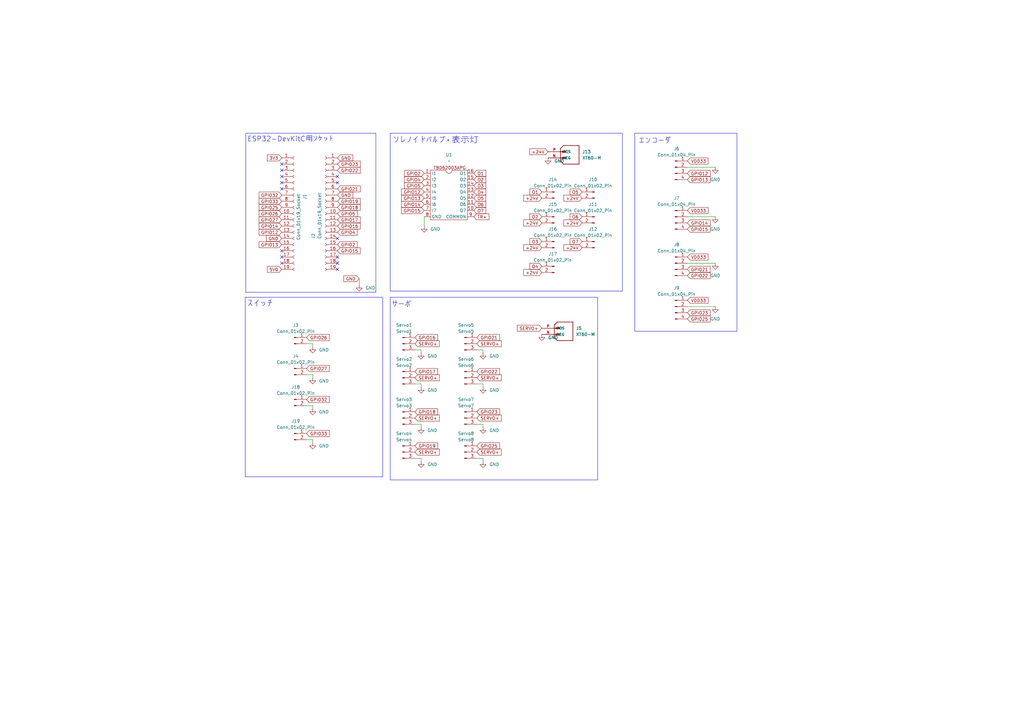
<source format=kicad_sch>
(kicad_sch (version 20250114) (generator "eeschema") (generator_version "9.0")
  (paper "A3")
  (lib_symbols
    (symbol "Connector:Conn_01x02_Pin" (pin_names (offset 1.016) (hide yes))
      (property "Reference" "J" (at 0 2.54 0))
      (property "Value" "Conn_01x02_Pin" (at 0 -5.08 0))
      (symbol "Conn_01x02_Pin_1_1"
        (rectangle (start 0.8636 0.127) (end 0 -0.127) (stroke (width 0.1524)) (fill (type outline)))
        (rectangle (start 0.8636 -2.413) (end 0 -2.667) (stroke (width 0.1524)) (fill (type outline)))
        (polyline (pts (xy 1.27 0) (xy 0.8636 0)) (stroke (width 0.1524)))
        (polyline (pts (xy 1.27 -2.54) (xy 0.8636 -2.54)) (stroke (width 0.1524)))
        (pin passive line (at 5.08 0 180) (length 3.81) (name "Pin_1") (number "1"))
        (pin passive line (at 5.08 -2.54 180) (length 3.81) (name "Pin_2") (number "2"))
      )
    )
    (symbol "Connector:Conn_01x03_Pin" (pin_names (offset 1.016) (hide yes))
      (property "Reference" "J" (at 0 5.08 0))
      (property "Value" "Conn_01x03_Pin" (at 0 -5.08 0))
      (symbol "Conn_01x03_Pin_1_1"
        (rectangle (start 0.8636 2.667) (end 0 2.413) (stroke (width 0.1524)) (fill (type outline)))
        (rectangle (start 0.8636 0.127) (end 0 -0.127) (stroke (width 0.1524)) (fill (type outline)))
        (rectangle (start 0.8636 -2.413) (end 0 -2.667) (stroke (width 0.1524)) (fill (type outline)))
        (polyline (pts (xy 1.27 2.54) (xy 0.8636 2.54)) (stroke (width 0.1524)))
        (polyline (pts (xy 1.27 0) (xy 0.8636 0)) (stroke (width 0.1524)))
        (polyline (pts (xy 1.27 -2.54) (xy 0.8636 -2.54)) (stroke (width 0.1524)))
        (pin passive line (at 5.08 2.54 180) (length 3.81) (name "Pin_1") (number "1"))
        (pin passive line (at 5.08 0 180) (length 3.81) (name "Pin_2") (number "2"))
        (pin passive line (at 5.08 -2.54 180) (length 3.81) (name "Pin_3") (number "3"))
      )
    )
    (symbol "Connector:Conn_01x04_Pin" (pin_names (offset 1.016) (hide yes))
      (property "Reference" "J" (at 0 5.08 0))
      (property "Value" "Conn_01x04_Pin" (at 0 -7.62 0))
      (symbol "Conn_01x04_Pin_1_1"
        (rectangle (start 0.8636 2.667) (end 0 2.413) (stroke (width 0.1524)) (fill (type outline)))
        (rectangle (start 0.8636 0.127) (end 0 -0.127) (stroke (width 0.1524)) (fill (type outline)))
        (rectangle (start 0.8636 -2.413) (end 0 -2.667) (stroke (width 0.1524)) (fill (type outline)))
        (rectangle (start 0.8636 -4.953) (end 0 -5.207) (stroke (width 0.1524)) (fill (type outline)))
        (polyline (pts (xy 1.27 2.54) (xy 0.8636 2.54)) (stroke (width 0.1524)))
        (polyline (pts (xy 1.27 0) (xy 0.8636 0)) (stroke (width 0.1524)))
        (polyline (pts (xy 1.27 -2.54) (xy 0.8636 -2.54)) (stroke (width 0.1524)))
        (polyline (pts (xy 1.27 -5.08) (xy 0.8636 -5.08)) (stroke (width 0.1524)))
        (pin passive line (at 5.08 2.54 180) (length 3.81) (name "Pin_1") (number "1"))
        (pin passive line (at 5.08 0 180) (length 3.81) (name "Pin_2") (number "2"))
        (pin passive line (at 5.08 -2.54 180) (length 3.81) (name "Pin_3") (number "3"))
        (pin passive line (at 5.08 -5.08 180) (length 3.81) (name "Pin_4") (number "4"))
      )
    )
    (symbol "Connector:Conn_01x19_Socket" (pin_names (offset 1.016) (hide yes))
      (property "Reference" "J" (at 0 25.4 0))
      (property "Value" "Conn_01x19_Socket" (at 0 -25.4 0))
      (symbol "Conn_01x19_Socket_1_1"
        (polyline (pts (xy -1.27 22.86) (xy -0.508 22.86)) (stroke (width 0.1524)))
        (polyline (pts (xy -1.27 20.32) (xy -0.508 20.32)) (stroke (width 0.1524)))
        (polyline (pts (xy -1.27 17.78) (xy -0.508 17.78)) (stroke (width 0.1524)))
        (polyline (pts (xy -1.27 15.24) (xy -0.508 15.24)) (stroke (width 0.1524)))
        (polyline (pts (xy -1.27 12.7) (xy -0.508 12.7)) (stroke (width 0.1524)))
        (polyline (pts (xy -1.27 10.16) (xy -0.508 10.16)) (stroke (width 0.1524)))
        (polyline (pts (xy -1.27 7.62) (xy -0.508 7.62)) (stroke (width 0.1524)))
        (polyline (pts (xy -1.27 5.08) (xy -0.508 5.08)) (stroke (width 0.1524)))
        (polyline (pts (xy -1.27 2.54) (xy -0.508 2.54)) (stroke (width 0.1524)))
        (polyline (pts (xy -1.27 0) (xy -0.508 0)) (stroke (width 0.1524)))
        (polyline (pts (xy -1.27 -2.54) (xy -0.508 -2.54)) (stroke (width 0.1524)))
        (polyline (pts (xy -1.27 -5.08) (xy -0.508 -5.08)) (stroke (width 0.1524)))
        (polyline (pts (xy -1.27 -7.62) (xy -0.508 -7.62)) (stroke (width 0.1524)))
        (polyline (pts (xy -1.27 -10.16) (xy -0.508 -10.16)) (stroke (width 0.1524)))
        (polyline (pts (xy -1.27 -12.7) (xy -0.508 -12.7)) (stroke (width 0.1524)))
        (polyline (pts (xy -1.27 -15.24) (xy -0.508 -15.24)) (stroke (width 0.1524)))
        (polyline (pts (xy -1.27 -17.78) (xy -0.508 -17.78)) (stroke (width 0.1524)))
        (polyline (pts (xy -1.27 -20.32) (xy -0.508 -20.32)) (stroke (width 0.1524)))
        (polyline (pts (xy -1.27 -22.86) (xy -0.508 -22.86)) (stroke (width 0.1524)))
        (arc (start 0 22.352) (mid -0.5058 22.86) (end 0 23.368) (stroke (width 0.1524)))
        (arc (start 0 19.812) (mid -0.5058 20.32) (end 0 20.828) (stroke (width 0.1524)))
        (arc (start 0 17.272) (mid -0.5058 17.78) (end 0 18.288) (stroke (width 0.1524)))
        (arc (start 0 14.732) (mid -0.5058 15.24) (end 0 15.748) (stroke (width 0.1524)))
        (arc (start 0 12.192) (mid -0.5058 12.7) (end 0 13.208) (stroke (width 0.1524)))
        (arc (start 0 9.652) (mid -0.5058 10.16) (end 0 10.668) (stroke (width 0.1524)))
        (arc (start 0 7.112) (mid -0.5058 7.62) (end 0 8.128) (stroke (width 0.1524)))
        (arc (start 0 4.572) (mid -0.5058 5.08) (end 0 5.588) (stroke (width 0.1524)))
        (arc (start 0 2.032) (mid -0.5058 2.54) (end 0 3.048) (stroke (width 0.1524)))
        (arc (start 0 -0.508) (mid -0.5058 0) (end 0 0.508) (stroke (width 0.1524)))
        (arc (start 0 -3.048) (mid -0.5058 -2.54) (end 0 -2.032) (stroke (width 0.1524)))
        (arc (start 0 -5.588) (mid -0.5058 -5.08) (end 0 -4.572) (stroke (width 0.1524)))
        (arc (start 0 -8.128) (mid -0.5058 -7.62) (end 0 -7.112) (stroke (width 0.1524)))
        (arc (start 0 -10.668) (mid -0.5058 -10.16) (end 0 -9.652) (stroke (width 0.1524)))
        (arc (start 0 -13.208) (mid -0.5058 -12.7) (end 0 -12.192) (stroke (width 0.1524)))
        (arc (start 0 -15.748) (mid -0.5058 -15.24) (end 0 -14.732) (stroke (width 0.1524)))
        (arc (start 0 -18.288) (mid -0.5058 -17.78) (end 0 -17.272) (stroke (width 0.1524)))
        (arc (start 0 -20.828) (mid -0.5058 -20.32) (end 0 -19.812) (stroke (width 0.1524)))
        (arc (start 0 -23.368) (mid -0.5058 -22.86) (end 0 -22.352) (stroke (width 0.1524)))
        (pin passive line (at -5.08 22.86 0) (length 3.81) (name "Pin_1") (number "1"))
        (pin passive line (at -5.08 20.32 0) (length 3.81) (name "Pin_2") (number "2"))
        (pin passive line (at -5.08 17.78 0) (length 3.81) (name "Pin_3") (number "3"))
        (pin passive line (at -5.08 15.24 0) (length 3.81) (name "Pin_4") (number "4"))
        (pin passive line (at -5.08 12.7 0) (length 3.81) (name "Pin_5") (number "5"))
        (pin passive line (at -5.08 10.16 0) (length 3.81) (name "Pin_6") (number "6"))
        (pin passive line (at -5.08 7.62 0) (length 3.81) (name "Pin_7") (number "7"))
        (pin passive line (at -5.08 5.08 0) (length 3.81) (name "Pin_8") (number "8"))
        (pin passive line (at -5.08 2.54 0) (length 3.81) (name "Pin_9") (number "9"))
        (pin passive line (at -5.08 0 0) (length 3.81) (name "Pin_10") (number "10"))
        (pin passive line (at -5.08 -2.54 0) (length 3.81) (name "Pin_11") (number "11"))
        (pin passive line (at -5.08 -5.08 0) (length 3.81) (name "Pin_12") (number "12"))
        (pin passive line (at -5.08 -7.62 0) (length 3.81) (name "Pin_13") (number "13"))
        (pin passive line (at -5.08 -10.16 0) (length 3.81) (name "Pin_14") (number "14"))
        (pin passive line (at -5.08 -12.7 0) (length 3.81) (name "Pin_15") (number "15"))
        (pin passive line (at -5.08 -15.24 0) (length 3.81) (name "Pin_16") (number "16"))
        (pin passive line (at -5.08 -17.78 0) (length 3.81) (name "Pin_17") (number "17"))
        (pin passive line (at -5.08 -20.32 0) (length 3.81) (name "Pin_18") (number "18"))
        (pin passive line (at -5.08 -22.86 0) (length 3.81) (name "Pin_19") (number "19"))
      )
    )
    (symbol "New_Library:TBD62003APG"
      (property "Reference" "U" (at -3.81 1.27 0))
      (symbol "TBD62003APG_0_1"
        (polyline (pts (xy -1.27 8.89) (xy -7.62 8.89) (xy -7.62 -11.43) (xy 7.62 -11.43) (xy 7.62 8.89) (xy 1.27 8.89)))
        (arc (start 1.27 8.89) (mid 0.898 7.992) (end 0 7.62))
        (arc (start 0 7.62) (mid -0.898 7.992) (end -1.27 8.89))
      )
      (symbol "TBD62003APG_1_1"
        (text "TBD62003APG" (at 0.254 9.906 0) (effects (font (size 1.27 1.27))))
        (pin input line (at -10.16 7.62 0) (length 2.54) (name "I1") (number "1"))
        (pin input line (at -10.16 5.08 0) (length 2.54) (name "I2") (number "2"))
        (pin input line (at -10.16 2.54 0) (length 2.54) (name "I3") (number "3"))
        (pin input line (at -10.16 0 0) (length 2.54) (name "I4") (number "4"))
        (pin input line (at -10.16 -2.54 0) (length 2.54) (name "I5") (number "5"))
        (pin input line (at -10.16 -5.08 0) (length 2.54) (name "I6") (number "6"))
        (pin input line (at -10.16 -7.62 0) (length 2.54) (name "I7") (number "7"))
        (pin power_in line (at -10.16 -10.16 0) (length 2.54) (name "GND") (number "8"))
        (pin output line (at 10.16 7.62 180) (length 2.54) (name "O1") (number "16"))
        (pin output line (at 10.16 5.08 180) (length 2.54) (name "O2") (number "15"))
        (pin output line (at 10.16 2.54 180) (length 2.54) (name "O3") (number "14"))
        (pin output line (at 10.16 0 180) (length 2.54) (name "O4") (number "13"))
        (pin output line (at 10.16 -2.54 180) (length 2.54) (name "O5") (number "12"))
        (pin output line (at 10.16 -5.08 180) (length 2.54) (name "O6") (number "11"))
        (pin output line (at 10.16 -7.62 180) (length 2.54) (name "O7") (number "10"))
        (pin power_in line (at 10.16 -10.16 180) (length 2.54) (name "COMMON") (number "9"))
      )
    )
    (symbol "XT60-M:XT60-M" (pin_names (offset 1.016))
      (property "Reference" "J" (at 0 6.35 0))
      (property "Value" "XT60-M" (at 0 -5.08 0))
      (symbol "XT60-M_0_0"
        (polyline (pts (xy 0 3.81) (xy 0 2.54)) (stroke (width 0.254)))
        (polyline (pts (xy 0 3.81) (xy 1.27 5.08)) (stroke (width 0.254)))
        (polyline (pts (xy 0 2.54) (xy 0 -1.27)) (stroke (width 0.254)))
        (polyline (pts (xy 0 2.54) (xy 1.905 2.54)) (stroke (width 0.254)))
        (polyline (pts (xy 0 0) (xy 1.905 0)) (stroke (width 0.254)))
        (polyline (pts (xy 0 -1.27) (xy 1.27 -2.54)) (stroke (width 0.254)))
        (rectangle (start 0.635 2.2225) (end 2.2225 2.8575) (stroke (width 0.1)) (fill (type outline)))
        (rectangle (start 0.635 -0.3175) (end 2.2225 0.3175) (stroke (width 0.1)) (fill (type outline)))
        (polyline (pts (xy 1.27 -2.54) (xy 7.62 -2.54)) (stroke (width 0.254)))
        (polyline (pts (xy 7.62 5.08) (xy 1.27 5.08)) (stroke (width 0.254)))
        (polyline (pts (xy 7.62 -2.54) (xy 7.62 5.08)) (stroke (width 0.254)))
        (pin passive line (at -5.08 2.54 0) (length 5.08) (name "POS") (number "P"))
        (pin passive line (at -5.08 0 0) (length 5.08) (name "NEG") (number "N"))
      )
    )
    (symbol "power:GND" (power) (pin_numbers (hide yes)) (pin_names (offset 0) (hide yes))
      (property "Value" "GND" (at 0 -3.81 0))
      (symbol "GND_0_1"
        (polyline (pts (xy 0 0) (xy 0 -1.27) (xy 1.27 -1.27) (xy 0 -2.54) (xy -1.27 -1.27) (xy 0 -1.27)))
      )
      (symbol "GND_1_1"
        (pin power_in line (at 0 0 270) (length 0) (name "~") (number "1"))
      )
    )
  )
  (rectangle (start 100.838 54.61) (end 154.178 119.888))
  (rectangle (start 160.02 54.61) (end 255.27 119.38))
  (rectangle (start 100.584 121.92) (end 156.972 195.58))
  (rectangle (start 260.35 54.61) (end 302.26 135.89))
  (rectangle (start 160.02 121.92) (end 245.11 196.85))
  (text "サーボ\n" (at 164.592 124.968 0) (effects (font (size 2.54 2.54))))
  (text "ESP32-DevKitC用ソケット" (at 119.126 57.15 0) (effects (font (size 2.032 2.032))))
  (text "スイッチ" (at 106.68 124.714 0) (effects (font (size 2.54 2.54))))
  (text "ソレノイドバルブ・表示灯" (at 178.816 57.658 0) (effects (font (size 2.54 2.54))))
  (text "エンコーダ" (at 268.478 57.912 0) (effects (font (size 2.54 2.54))))
  (no_connect (at 138.43 110.49))
  (no_connect (at 115.57 107.95))
  (no_connect (at 138.43 105.41))
  (no_connect (at 138.43 74.93))
  (no_connect (at 115.57 102.87))
  (no_connect (at 115.57 74.93))
  (no_connect (at 138.43 97.79))
  (no_connect (at 115.57 67.31))
  (no_connect (at 138.43 107.95))
  (no_connect (at 138.43 72.39))
  (no_connect (at 115.57 72.39))
  (no_connect (at 115.57 77.47))
  (no_connect (at 115.57 69.85))
  (no_connect (at 115.57 105.41))
  (wire (pts (xy 147.32 114.3) (xy 147.32 116.84)))
  (wire (pts (xy 172.72 187.96) (xy 170.18 187.96)))
  (wire (pts (xy 198.12 157.48) (xy 195.58 157.48)))
  (wire (pts (xy 281.94 88.9) (xy 293.37 88.9)))
  (wire (pts (xy 172.72 189.23) (xy 172.72 187.96)))
  (wire (pts (xy 128.27 140.97) (xy 128.27 142.24)))
  (wire (pts (xy 198.12 187.96) (xy 195.58 187.96)))
  (wire (pts (xy 125.73 180.34) (xy 128.27 180.34)))
  (wire (pts (xy 281.94 107.95) (xy 293.37 107.95)))
  (wire (pts (xy 128.27 180.34) (xy 128.27 181.61)))
  (wire (pts (xy 198.12 173.99) (xy 198.12 175.26)))
  (wire (pts (xy 172.72 143.51) (xy 172.72 144.78)))
  (wire (pts (xy 170.18 143.51) (xy 172.72 143.51)))
  (wire (pts (xy 172.72 158.75) (xy 172.72 157.48)))
  (wire (pts (xy 125.73 153.67) (xy 128.27 153.67)))
  (wire (pts (xy 198.12 143.51) (xy 198.12 144.78)))
  (wire (pts (xy 172.72 157.48) (xy 170.18 157.48)))
  (wire (pts (xy 128.27 166.37) (xy 128.27 167.64)))
  (wire (pts (xy 198.12 189.23) (xy 198.12 187.96)))
  (wire (pts (xy 172.72 173.99) (xy 172.72 175.26)))
  (wire (pts (xy 195.58 143.51) (xy 198.12 143.51)))
  (wire (pts (xy 281.94 68.58) (xy 293.37 68.58)))
  (wire (pts (xy 125.73 140.97) (xy 128.27 140.97)))
  (wire (pts (xy 128.27 153.67) (xy 128.27 154.94)))
  (wire (pts (xy 281.94 125.73) (xy 293.37 125.73)))
  (wire (pts (xy 198.12 158.75) (xy 198.12 157.48)))
  (wire (pts (xy 195.58 173.99) (xy 198.12 173.99)))
  (wire (pts (xy 173.99 92.71) (xy 173.99 88.9)))
  (wire (pts (xy 170.18 173.99) (xy 172.72 173.99)))
  (wire (pts (xy 125.73 166.37) (xy 128.27 166.37)))
  (global_label "GPIO18" (shape input) (at 170.18 168.91 0) (property "Intersheetrefs" "${INTERSHEET_REFS}" (effects (hide yes))))
  (global_label "+24V" (shape input) (at 222.25 111.76 180) (property "Intersheetrefs" "${INTERSHEET_REFS}" (effects (hide yes))))
  (global_label "GPIO15" (shape input) (at 138.43 102.87 0) (property "Intersheetrefs" "${INTERSHEET_REFS}" (effects (hide yes))))
  (global_label "GPIO32" (shape input) (at 115.57 80.01 180) (property "Intersheetrefs" "${INTERSHEET_REFS}" (effects (hide yes))))
  (global_label "GPIO21" (shape input) (at 138.43 77.47 0) (property "Intersheetrefs" "${INTERSHEET_REFS}" (effects (hide yes))))
  (global_label "O5" (shape input) (at 194.31 81.28 0) (property "Intersheetrefs" "${INTERSHEET_REFS}" (effects (hide yes))))
  (global_label "O3" (shape input) (at 194.31 76.2 0) (property "Intersheetrefs" "${INTERSHEET_REFS}" (effects (hide yes))))
  (global_label "O6" (shape input) (at 194.31 83.82 0) (property "Intersheetrefs" "${INTERSHEET_REFS}" (effects (hide yes))))
  (global_label "SERVO+" (shape input) (at 170.18 185.42 0) (property "Intersheetrefs" "${INTERSHEET_REFS}" (effects (hide yes))))
  (global_label "SERVO+" (shape input) (at 195.58 140.97 0) (property "Intersheetrefs" "${INTERSHEET_REFS}" (effects (hide yes))))
  (global_label "GPIO15" (shape input) (at 281.94 93.98 0) (property "Intersheetrefs" "${INTERSHEET_REFS}" (effects (hide yes))))
  (global_label "+24V" (shape input) (at 238.76 91.44 180) (property "Intersheetrefs" "${INTERSHEET_REFS}" (effects (hide yes))))
  (global_label "GPIO17" (shape input) (at 138.43 90.17 0) (property "Intersheetrefs" "${INTERSHEET_REFS}" (effects (hide yes))))
  (global_label "O4" (shape input) (at 194.31 78.74 0) (property "Intersheetrefs" "${INTERSHEET_REFS}" (effects (hide yes))))
  (global_label "O6" (shape input) (at 238.76 88.9 180) (property "Intersheetrefs" "${INTERSHEET_REFS}" (effects (hide yes))))
  (global_label "GPIO14" (shape input) (at 281.94 91.44 0) (property "Intersheetrefs" "${INTERSHEET_REFS}" (effects (hide yes))))
  (global_label "GPIO21" (shape input) (at 281.94 110.49 0) (property "Intersheetrefs" "${INTERSHEET_REFS}" (effects (hide yes))))
  (global_label "VDD33" (shape input) (at 281.94 86.36 0) (property "Intersheetrefs" "${INTERSHEET_REFS}" (effects (hide yes))))
  (global_label "O7" (shape input) (at 238.76 99.06 180) (property "Intersheetrefs" "${INTERSHEET_REFS}" (effects (hide yes))))
  (global_label "GPIO13" (shape input) (at 115.57 100.33 180) (property "Intersheetrefs" "${INTERSHEET_REFS}" (effects (hide yes))))
  (global_label "+24V" (shape input) (at 222.25 91.44 180) (property "Intersheetrefs" "${INTERSHEET_REFS}" (effects (hide yes))))
  (global_label "GPIO16" (shape input) (at 138.43 92.71 0) (property "Intersheetrefs" "${INTERSHEET_REFS}" (effects (hide yes))))
  (global_label "GPIO14" (shape input) (at 173.99 83.82 180) (property "Intersheetrefs" "${INTERSHEET_REFS}" (effects (hide yes))))
  (global_label "+24V" (shape input) (at 222.25 101.6 180) (property "Intersheetrefs" "${INTERSHEET_REFS}" (effects (hide yes))))
  (global_label "GPIO12" (shape input) (at 281.94 71.12 0) (property "Intersheetrefs" "${INTERSHEET_REFS}" (effects (hide yes))))
  (global_label "GPIO27" (shape input) (at 115.57 90.17 180) (property "Intersheetrefs" "${INTERSHEET_REFS}" (effects (hide yes))))
  (global_label "SERVO+" (shape input) (at 170.18 171.45 0) (property "Intersheetrefs" "${INTERSHEET_REFS}" (effects (hide yes))))
  (global_label "GPIO23" (shape input) (at 195.58 168.91 0) (property "Intersheetrefs" "${INTERSHEET_REFS}" (effects (hide yes))))
  (global_label "VDD33" (shape input) (at 281.94 105.41 0) (property "Intersheetrefs" "${INTERSHEET_REFS}" (effects (hide yes))))
  (global_label "O4" (shape input) (at 222.25 109.22 180) (property "Intersheetrefs" "${INTERSHEET_REFS}" (effects (hide yes))))
  (global_label "GND" (shape input) (at 147.32 114.3 180) (property "Intersheetrefs" "${INTERSHEET_REFS}" (effects (hide yes))))
  (global_label "O1" (shape input) (at 222.25 78.74 180) (property "Intersheetrefs" "${INTERSHEET_REFS}" (effects (hide yes))))
  (global_label "+24V" (shape input) (at 224.79 62.23 180) (property "Intersheetrefs" "${INTERSHEET_REFS}" (effects (hide yes))))
  (global_label "GPIO5" (shape input) (at 173.99 76.2 180) (property "Intersheetrefs" "${INTERSHEET_REFS}" (effects (hide yes))))
  (global_label "SERVO+" (shape input) (at 195.58 154.94 0) (property "Intersheetrefs" "${INTERSHEET_REFS}" (effects (hide yes))))
  (global_label "O3" (shape input) (at 222.25 99.06 180) (property "Intersheetrefs" "${INTERSHEET_REFS}" (effects (hide yes))))
  (global_label "SERVO+" (shape input) (at 195.58 185.42 0) (property "Intersheetrefs" "${INTERSHEET_REFS}" (effects (hide yes))))
  (global_label "5V0" (shape input) (at 115.57 110.49 180) (property "Intersheetrefs" "${INTERSHEET_REFS}" (effects (hide yes))))
  (global_label "SERVO+" (shape input) (at 195.58 171.45 0) (property "Intersheetrefs" "${INTERSHEET_REFS}" (effects (hide yes))))
  (global_label "GPIO13" (shape input) (at 281.94 73.66 0) (property "Intersheetrefs" "${INTERSHEET_REFS}" (effects (hide yes))))
  (global_label "GPIO4" (shape input) (at 173.99 73.66 180) (property "Intersheetrefs" "${INTERSHEET_REFS}" (effects (hide yes))))
  (global_label "+24V" (shape input) (at 222.25 81.28 180) (property "Intersheetrefs" "${INTERSHEET_REFS}" (effects (hide yes))))
  (global_label "+24V" (shape input) (at 238.76 81.28 180) (property "Intersheetrefs" "${INTERSHEET_REFS}" (effects (hide yes))))
  (global_label "GPIO4" (shape input) (at 138.43 95.25 0) (property "Intersheetrefs" "${INTERSHEET_REFS}" (effects (hide yes))))
  (global_label "O2" (shape input) (at 222.25 88.9 180) (property "Intersheetrefs" "${INTERSHEET_REFS}" (effects (hide yes))))
  (global_label "GPIO2" (shape input) (at 138.43 100.33 0) (property "Intersheetrefs" "${INTERSHEET_REFS}" (effects (hide yes))))
  (global_label "GPIO23" (shape input) (at 281.94 128.27 0) (property "Intersheetrefs" "${INTERSHEET_REFS}" (effects (hide yes))))
  (global_label "GPIO33" (shape input) (at 115.57 82.55 180) (property "Intersheetrefs" "${INTERSHEET_REFS}" (effects (hide yes))))
  (global_label "3V3" (shape input) (at 115.57 64.77 180) (property "Intersheetrefs" "${INTERSHEET_REFS}" (effects (hide yes))))
  (global_label "O2" (shape input) (at 194.31 73.66 0) (property "Intersheetrefs" "${INTERSHEET_REFS}" (effects (hide yes))))
  (global_label "SERVO+" (shape input) (at 170.18 154.94 0) (property "Intersheetrefs" "${INTERSHEET_REFS}" (effects (hide yes))))
  (global_label "O1" (shape input) (at 194.31 71.12 0) (property "Intersheetrefs" "${INTERSHEET_REFS}" (effects (hide yes))))
  (global_label "SERVO+" (shape input) (at 170.18 140.97 0) (property "Intersheetrefs" "${INTERSHEET_REFS}" (effects (hide yes))))
  (global_label "GPIO25" (shape input) (at 115.57 85.09 180) (property "Intersheetrefs" "${INTERSHEET_REFS}" (effects (hide yes))))
  (global_label "GPIO12" (shape input) (at 115.57 95.25 180) (property "Intersheetrefs" "${INTERSHEET_REFS}" (effects (hide yes))))
  (global_label "GPIO13" (shape input) (at 173.99 81.28 180) (property "Intersheetrefs" "${INTERSHEET_REFS}" (effects (hide yes))))
  (global_label "GND" (shape input) (at 138.43 64.77 0) (property "Intersheetrefs" "${INTERSHEET_REFS}" (effects (hide yes))))
  (global_label "O7" (shape input) (at 194.31 86.36 0) (property "Intersheetrefs" "${INTERSHEET_REFS}" (effects (hide yes))))
  (global_label "GPIO14" (shape input) (at 115.57 92.71 180) (property "Intersheetrefs" "${INTERSHEET_REFS}" (effects (hide yes))))
  (global_label "VDD33" (shape input) (at 281.94 66.04 0) (property "Intersheetrefs" "${INTERSHEET_REFS}" (effects (hide yes))))
  (global_label "O5" (shape input) (at 238.76 78.74 180) (property "Intersheetrefs" "${INTERSHEET_REFS}" (effects (hide yes))))
  (global_label "GPIO22" (shape input) (at 195.58 152.4 0) (property "Intersheetrefs" "${INTERSHEET_REFS}" (effects (hide yes))))
  (global_label "GPIO16" (shape input) (at 170.18 138.43 0) (property "Intersheetrefs" "${INTERSHEET_REFS}" (effects (hide yes))))
  (global_label "GND" (shape input) (at 138.43 80.01 0) (property "Intersheetrefs" "${INTERSHEET_REFS}" (effects (hide yes))))
  (global_label "GPIO19" (shape input) (at 138.43 82.55 0) (property "Intersheetrefs" "${INTERSHEET_REFS}" (effects (hide yes))))
  (global_label "GPIO25" (shape input) (at 195.58 182.88 0) (property "Intersheetrefs" "${INTERSHEET_REFS}" (effects (hide yes))))
  (global_label "GPIO17" (shape input) (at 170.18 152.4 0) (property "Intersheetrefs" "${INTERSHEET_REFS}" (effects (hide yes))))
  (global_label "GPIO12" (shape input) (at 173.99 78.74 180) (property "Intersheetrefs" "${INTERSHEET_REFS}" (effects (hide yes))))
  (global_label "GPIO32" (shape input) (at 125.73 163.83 0) (property "Intersheetrefs" "${INTERSHEET_REFS}" (effects (hide yes))))
  (global_label "SERVO+" (shape input) (at 222.25 134.62 180) (property "Intersheetrefs" "${INTERSHEET_REFS}" (effects (hide yes))))
  (global_label "+24V" (shape input) (at 238.76 101.6 180) (property "Intersheetrefs" "${INTERSHEET_REFS}" (effects (hide yes))))
  (global_label "TR+" (shape input) (at 194.31 88.9 0) (property "Intersheetrefs" "${INTERSHEET_REFS}" (effects (hide yes))))
  (global_label "GPIO22" (shape input) (at 281.94 113.03 0) (property "Intersheetrefs" "${INTERSHEET_REFS}" (effects (hide yes))))
  (global_label "GPIO21" (shape input) (at 195.58 138.43 0) (property "Intersheetrefs" "${INTERSHEET_REFS}" (effects (hide yes))))
  (global_label "GPIO27" (shape input) (at 125.73 151.13 0) (property "Intersheetrefs" "${INTERSHEET_REFS}" (effects (hide yes))))
  (global_label "GPIO19" (shape input) (at 170.18 182.88 0) (property "Intersheetrefs" "${INTERSHEET_REFS}" (effects (hide yes))))
  (global_label "GPIO26" (shape input) (at 125.73 138.43 0) (property "Intersheetrefs" "${INTERSHEET_REFS}" (effects (hide yes))))
  (global_label "GPIO18" (shape input) (at 138.43 85.09 0) (property "Intersheetrefs" "${INTERSHEET_REFS}" (effects (hide yes))))
  (global_label "GPIO23" (shape input) (at 138.43 67.31 0) (property "Intersheetrefs" "${INTERSHEET_REFS}" (effects (hide yes))))
  (global_label "GPIO26" (shape input) (at 115.57 87.63 180) (property "Intersheetrefs" "${INTERSHEET_REFS}" (effects (hide yes))))
  (global_label "GPIO33" (shape input) (at 125.73 177.8 0) (property "Intersheetrefs" "${INTERSHEET_REFS}" (effects (hide yes))))
  (global_label "GPIO2" (shape input) (at 173.99 71.12 180) (property "Intersheetrefs" "${INTERSHEET_REFS}" (effects (hide yes))))
  (global_label "VDD33" (shape input) (at 281.94 123.19 0) (property "Intersheetrefs" "${INTERSHEET_REFS}" (effects (hide yes))))
  (global_label "GPIO25" (shape input) (at 281.94 130.81 0) (property "Intersheetrefs" "${INTERSHEET_REFS}" (effects (hide yes))))
  (global_label "GPIO5" (shape input) (at 138.43 87.63 0) (property "Intersheetrefs" "${INTERSHEET_REFS}" (effects (hide yes))))
  (global_label "GPIO22" (shape input) (at 138.43 69.85 0) (property "Intersheetrefs" "${INTERSHEET_REFS}" (effects (hide yes))))
  (global_label "GND" (shape input) (at 115.57 97.79 180) (property "Intersheetrefs" "${INTERSHEET_REFS}" (effects (hide yes))))
  (global_label "GPIO15" (shape input) (at 173.99 86.36 180) (property "Intersheetrefs" "${INTERSHEET_REFS}" (effects (hide yes))))
  (symbol (lib_id "power:GND") (at 128.27 181.61 0) (unit 1)
    (property "Reference" "#PWR04" (effects (hide yes)))
    (property "Value" "GND" (at 130.81 182.8799 0) (effects (justify left)))
  )
  (symbol (lib_id "power:GND") (at 224.79 64.77 0) (unit 1)
    (property "Reference" "#PWR020" (effects (hide yes)))
    (property "Value" "GND" (at 227.33 66.0399 0) (effects (justify left)))
  )
  (symbol (lib_id "Connector:Conn_01x04_Pin") (at 276.86 107.95 0) (unit 1)
    (property "Reference" "J8" (at 277.495 100.33 0))
    (property "Value" "Conn_01x04_Pin" (at 277.495 102.87 0))
    (property "Footprint" "Connector_JST:JST_XH_B4B-XH-A_1x04_P2.50mm_Vertical" (effects (hide yes)))
    (property "Description" "Generic connector, single row, 01x04, script generated" (effects (hide yes)))
  )
  (symbol (lib_id "Connector:Conn_01x19_Socket") (at 133.35 87.63 0) (mirror y) (unit 1)
    (property "Reference" "J2" (at 128.524 98.044 90) (effects (justify left)))
    (property "Value" "Conn_01x19_Socket" (at 131.064 98.044 90) (effects (justify left)))
    (property "Footprint" "Connector_PinSocket_2.54mm:PinSocket_1x19_P2.54mm_Vertical" (effects (hide yes)))
    (property "Description" "Generic connector, single row, 01x19, script generated" (effects (hide yes)))
  )
  (symbol (lib_id "Connector:Conn_01x02_Pin") (at 243.84 99.06 0) (mirror y) (unit 1)
    (property "Reference" "J12" (at 243.205 93.98 0))
    (property "Value" "Conn_01x02_Pin" (at 243.205 96.52 0))
    (property "Footprint" "Connector_JST:JST_XH_B2B-XH-A_1x02_P2.50mm_Vertical" (effects (hide yes)))
    (property "Description" "Generic connector, single row, 01x02, script generated" (effects (hide yes)))
  )
  (symbol (lib_id "Connector:Conn_01x02_Pin") (at 227.33 78.74 0) (mirror y) (unit 1)
    (property "Reference" "J14" (at 226.695 73.66 0))
    (property "Value" "Conn_01x02_Pin" (at 226.695 76.2 0))
    (property "Footprint" "Connector_JST:JST_XH_B2B-XH-A_1x02_P2.50mm_Vertical" (effects (hide yes)))
    (property "Description" "Generic connector, single row, 01x02, script generated" (effects (hide yes)))
  )
  (symbol (lib_id "Connector:Conn_01x04_Pin") (at 276.86 88.9 0) (unit 1)
    (property "Reference" "J7" (at 277.495 81.28 0))
    (property "Value" "Conn_01x04_Pin" (at 277.495 83.82 0))
    (property "Footprint" "Connector_JST:JST_XH_B4B-XH-A_1x04_P2.50mm_Vertical" (effects (hide yes)))
    (property "Description" "Generic connector, single row, 01x04, script generated" (effects (hide yes)))
  )
  (symbol (lib_id "power:GND") (at 293.37 107.95 0) (unit 1)
    (property "Reference" "#PWR039" (effects (hide yes)))
    (property "Value" "GND" (at 293.37 113.03 0))
    (property "Description" "Power symbol creates a global label with name \"GND\" , ground" (effects (hide yes)))
  )
  (symbol (lib_id "XT60-M:XT60-M") (at 229.87 64.77 0) (unit 1)
    (property "Reference" "J13" (at 238.76 62.2299 0) (effects (justify left)))
    (property "Value" "XT60-M" (at 238.76 64.7699 0) (effects (justify left)))
    (property "Footprint" "Connector_AMASS:AMASS_XT60-M_1x02_P7.20mm_Vertical" (effects (hide yes)))
    (property "MF" "AMASS" (effects (hide yes)))
    (property "MAXIMUM_PACKAGE_HEIGHT" "16.00 mm" (effects (hide yes)))
    (property "Package" "Package" (effects (hide yes)))
    (property "Price" "None" (effects (hide yes)))
    (property "Check_prices" "https://www.snapeda.com/parts/XT60-M/AMASS/view-part/?ref=eda" (effects (hide yes)))
    (property "STANDARD" "IPC 7351B" (effects (hide yes)))
    (property "PARTREV" "V1.2" (effects (hide yes)))
    (property "SnapEDA_Link" "https://www.snapeda.com/parts/XT60-M/AMASS/view-part/?ref=snap" (effects (hide yes)))
    (property "MP" "XT60-M" (effects (hide yes)))
    (property "Description_1" "\n                        \n                            Plug; DC supply; XT60; male; PIN: 2; for cable; soldered; 30A; 500V\n                        \n" (effects (hide yes)))
    (property "Availability" "Not in stock" (effects (hide yes)))
    (property "MANUFACTURER" "AMASS" (effects (hide yes)))
  )
  (symbol (lib_id "Connector:Conn_01x03_Pin") (at 165.1 154.94 0) (unit 1)
    (property "Reference" "Servo2" (at 165.735 147.32 0))
    (property "Value" "Servo2" (at 165.735 149.86 0))
    (property "Footprint" "Connector_JST:JST_XH_B3B-XH-A_1x03_P2.50mm_Vertical" (effects (hide yes)))
  )
  (symbol (lib_id "power:GND") (at 172.72 144.78 0) (unit 1)
    (property "Reference" "#PWR024" (effects (hide yes)))
    (property "Value" "GND" (at 175.26 146.0499 0) (effects (justify left)))
  )
  (symbol (lib_id "New_Library:TBD62003APG") (at 184.15 78.74 0) (unit 1)
    (property "Reference" "U1" (at 184.15 63.5 0))
    (property "Value" "~" (at 184.15 66.04 0))
    (property "Footprint" "Package_DIP:DIP-16_W7.62mm" (effects (hide yes)))
  )
  (symbol (lib_id "power:GND") (at 293.37 88.9 0) (unit 1)
    (property "Reference" "#PWR038" (effects (hide yes)))
    (property "Value" "GND" (at 293.37 93.98 0))
    (property "Description" "Power symbol creates a global label with name \"GND\" , ground" (effects (hide yes)))
  )
  (symbol (lib_id "power:GND") (at 198.12 189.23 0) (unit 1)
    (property "Reference" "#PWR032" (effects (hide yes)))
    (property "Value" "GND" (at 200.66 190.4999 0) (effects (justify left)))
  )
  (symbol (lib_id "power:GND") (at 172.72 175.26 0) (unit 1)
    (property "Reference" "#PWR026" (effects (hide yes)))
    (property "Value" "GND" (at 175.26 176.5299 0) (effects (justify left)))
  )
  (symbol (lib_id "Connector:Conn_01x02_Pin") (at 227.33 99.06 0) (mirror y) (unit 1)
    (property "Reference" "J16" (at 226.695 93.98 0))
    (property "Value" "Conn_01x02_Pin" (at 226.695 96.52 0))
    (property "Footprint" "Connector_JST:JST_XH_B2B-XH-A_1x02_P2.50mm_Vertical" (effects (hide yes)))
    (property "Description" "Generic connector, single row, 01x02, script generated" (effects (hide yes)))
  )
  (symbol (lib_id "Connector:Conn_01x02_Pin") (at 227.33 88.9 0) (mirror y) (unit 1)
    (property "Reference" "J15" (at 226.695 83.82 0))
    (property "Value" "Conn_01x02_Pin" (at 226.695 86.36 0))
    (property "Footprint" "Connector_JST:JST_XH_B2B-XH-A_1x02_P2.50mm_Vertical" (effects (hide yes)))
    (property "Description" "Generic connector, single row, 01x02, script generated" (effects (hide yes)))
  )
  (symbol (lib_id "Connector:Conn_01x02_Pin") (at 243.84 78.74 0) (mirror y) (unit 1)
    (property "Reference" "J10" (at 243.205 73.66 0))
    (property "Value" "Conn_01x02_Pin" (at 243.205 76.2 0))
    (property "Footprint" "Connector_JST:JST_XH_B2B-XH-A_1x02_P2.50mm_Vertical" (effects (hide yes)))
    (property "Description" "Generic connector, single row, 01x02, script generated" (effects (hide yes)))
  )
  (symbol (lib_id "Connector:Conn_01x03_Pin") (at 190.5 171.45 0) (unit 1)
    (property "Reference" "Servo7" (at 191.135 163.83 0))
    (property "Value" "Servo7" (at 191.135 166.37 0))
    (property "Footprint" "Connector_JST:JST_XH_B3B-XH-A_1x03_P2.50mm_Vertical" (effects (hide yes)))
  )
  (symbol (lib_id "power:GND") (at 198.12 144.78 0) (unit 1)
    (property "Reference" "#PWR029" (effects (hide yes)))
    (property "Value" "GND" (at 200.66 146.0499 0) (effects (justify left)))
  )
  (symbol (lib_id "power:GND") (at 173.99 92.71 0) (unit 1)
    (property "Reference" "#PWR06" (effects (hide yes)))
    (property "Value" "GND" (at 176.53 93.9799 0) (effects (justify left)))
  )
  (symbol (lib_id "power:GND") (at 198.12 158.75 0) (unit 1)
    (property "Reference" "#PWR030" (effects (hide yes)))
    (property "Value" "GND" (at 200.66 160.0199 0) (effects (justify left)))
  )
  (symbol (lib_id "Connector:Conn_01x03_Pin") (at 190.5 185.42 0) (unit 1)
    (property "Reference" "Servo8" (at 191.135 177.8 0))
    (property "Value" "Servo8" (at 191.135 180.34 0))
    (property "Footprint" "Connector_JST:JST_XH_B3B-XH-A_1x03_P2.50mm_Vertical" (effects (hide yes)))
  )
  (symbol (lib_id "Connector:Conn_01x03_Pin") (at 190.5 154.94 0) (unit 1)
    (property "Reference" "Servo6" (at 191.135 147.32 0))
    (property "Value" "Servo6" (at 191.135 149.86 0))
    (property "Footprint" "Connector_JST:JST_XH_B3B-XH-A_1x03_P2.50mm_Vertical" (effects (hide yes)))
  )
  (symbol (lib_id "power:GND") (at 128.27 167.64 0) (unit 1)
    (property "Reference" "#PWR03" (effects (hide yes)))
    (property "Value" "GND" (at 130.81 168.9099 0) (effects (justify left)))
  )
  (symbol (lib_id "Connector:Conn_01x02_Pin") (at 227.33 109.22 0) (mirror y) (unit 1)
    (property "Reference" "J17" (at 226.695 104.14 0))
    (property "Value" "Conn_01x02_Pin" (at 226.695 106.68 0))
    (property "Footprint" "Connector_JST:JST_XH_B2B-XH-A_1x02_P2.50mm_Vertical" (effects (hide yes)))
    (property "Description" "Generic connector, single row, 01x02, script generated" (effects (hide yes)))
  )
  (symbol (lib_id "power:GND") (at 293.37 68.58 0) (unit 1)
    (property "Reference" "#PWR036" (effects (hide yes)))
    (property "Value" "GND" (at 293.37 73.66 0))
    (property "Description" "Power symbol creates a global label with name \"GND\" , ground" (effects (hide yes)))
  )
  (symbol (lib_id "Connector:Conn_01x03_Pin") (at 165.1 185.42 0) (unit 1)
    (property "Reference" "Servo4" (at 165.735 177.8 0))
    (property "Value" "Servo4" (at 165.735 180.34 0))
    (property "Footprint" "Connector_JST:JST_XH_B3B-XH-A_1x03_P2.50mm_Vertical" (effects (hide yes)))
  )
  (symbol (lib_id "XT60-M:XT60-M") (at 227.33 137.16 0) (unit 1)
    (property "Reference" "J5" (at 236.22 134.6199 0) (effects (justify left)))
    (property "Value" "XT60-M" (at 236.22 137.1599 0) (effects (justify left)))
    (property "Footprint" "Connector_AMASS:AMASS_XT60-M_1x02_P7.20mm_Vertical" (effects (hide yes)))
    (property "MF" "AMASS" (effects (hide yes)))
    (property "MAXIMUM_PACKAGE_HEIGHT" "16.00 mm" (effects (hide yes)))
    (property "Package" "Package" (effects (hide yes)))
    (property "Price" "None" (effects (hide yes)))
    (property "Check_prices" "https://www.snapeda.com/parts/XT60-M/AMASS/view-part/?ref=eda" (effects (hide yes)))
    (property "STANDARD" "IPC 7351B" (effects (hide yes)))
    (property "PARTREV" "V1.2" (effects (hide yes)))
    (property "SnapEDA_Link" "https://www.snapeda.com/parts/XT60-M/AMASS/view-part/?ref=snap" (effects (hide yes)))
    (property "MP" "XT60-M" (effects (hide yes)))
    (property "Description_1" "\n                        \n                            Plug; DC supply; XT60; male; PIN: 2; for cable; soldered; 30A; 500V\n                        \n" (effects (hide yes)))
    (property "Availability" "Not in stock" (effects (hide yes)))
    (property "MANUFACTURER" "AMASS" (effects (hide yes)))
  )
  (symbol (lib_id "Connector:Conn_01x02_Pin") (at 120.65 163.83 0) (unit 1)
    (property "Reference" "J18" (at 121.285 158.75 0))
    (property "Value" "Conn_01x02_Pin" (at 121.285 161.29 0))
    (property "Footprint" "Connector_JST:JST_XH_B2B-XH-A_1x02_P2.50mm_Vertical" (effects (hide yes)))
    (property "Description" "Generic connector, single row, 01x02, script generated" (effects (hide yes)))
  )
  (symbol (lib_id "Connector:Conn_01x03_Pin") (at 190.5 140.97 0) (unit 1)
    (property "Reference" "Servo5" (at 191.135 133.35 0))
    (property "Value" "Servo5" (at 191.135 135.89 0))
    (property "Footprint" "Connector_JST:JST_XH_B3B-XH-A_1x03_P2.50mm_Vertical" (effects (hide yes)))
  )
  (symbol (lib_id "power:GND") (at 128.27 154.94 0) (unit 1)
    (property "Reference" "#PWR02" (effects (hide yes)))
    (property "Value" "GND" (at 130.81 156.2099 0) (effects (justify left)))
  )
  (symbol (lib_id "Connector:Conn_01x04_Pin") (at 276.86 68.58 0) (unit 1)
    (property "Reference" "J6" (at 277.495 60.96 0))
    (property "Value" "Conn_01x04_Pin" (at 277.495 63.5 0))
    (property "Footprint" "Connector_JST:JST_XH_B4B-XH-A_1x04_P2.50mm_Vertical" (effects (hide yes)))
    (property "Description" "Generic connector, single row, 01x04, script generated" (effects (hide yes)))
  )
  (symbol (lib_id "Connector:Conn_01x02_Pin") (at 120.65 177.8 0) (unit 1)
    (property "Reference" "J19" (at 121.285 172.72 0))
    (property "Value" "Conn_01x02_Pin" (at 121.285 175.26 0))
    (property "Footprint" "Connector_JST:JST_XH_B2B-XH-A_1x02_P2.50mm_Vertical" (effects (hide yes)))
    (property "Description" "Generic connector, single row, 01x02, script generated" (effects (hide yes)))
  )
  (symbol (lib_id "power:GND") (at 128.27 142.24 0) (unit 1)
    (property "Reference" "#PWR01" (effects (hide yes)))
    (property "Value" "GND" (at 130.81 143.5099 0) (effects (justify left)))
  )
  (symbol (lib_id "power:GND") (at 172.72 189.23 0) (unit 1)
    (property "Reference" "#PWR027" (effects (hide yes)))
    (property "Value" "GND" (at 175.26 190.4999 0) (effects (justify left)))
  )
  (symbol (lib_id "power:GND") (at 147.32 116.84 0) (unit 1)
    (property "Reference" "#PWR05" (effects (hide yes)))
    (property "Value" "GND" (at 149.86 118.1099 0) (effects (justify left)))
  )
  (symbol (lib_id "power:GND") (at 198.12 175.26 0) (unit 1)
    (property "Reference" "#PWR031" (effects (hide yes)))
    (property "Value" "GND" (at 200.66 176.5299 0) (effects (justify left)))
  )
  (symbol (lib_id "Connector:Conn_01x19_Socket") (at 120.65 87.63 0) (unit 1)
    (property "Reference" "J1" (at 124.968 79.502 90) (effects (justify right)))
    (property "Value" "Conn_01x19_Socket" (at 122.428 79.502 90) (effects (justify right)))
    (property "Footprint" "Connector_PinSocket_2.54mm:PinSocket_1x19_P2.54mm_Vertical" (effects (hide yes)))
    (property "Description" "Generic connector, single row, 01x19, script generated" (effects (hide yes)))
  )
  (symbol (lib_id "Connector:Conn_01x04_Pin") (at 276.86 125.73 0) (unit 1)
    (property "Reference" "J9" (at 277.495 118.11 0))
    (property "Value" "Conn_01x04_Pin" (at 277.495 120.65 0))
    (property "Footprint" "Connector_JST:JST_XH_B4B-XH-A_1x04_P2.50mm_Vertical" (effects (hide yes)))
    (property "Description" "Generic connector, single row, 01x04, script generated" (effects (hide yes)))
  )
  (symbol (lib_id "Connector:Conn_01x03_Pin") (at 165.1 171.45 0) (unit 1)
    (property "Reference" "Servo3" (at 165.735 163.83 0))
    (property "Value" "Servo3" (at 165.735 166.37 0))
    (property "Footprint" "Connector_JST:JST_XH_B3B-XH-A_1x03_P2.50mm_Vertical" (effects (hide yes)))
  )
  (symbol (lib_id "power:GND") (at 222.25 137.16 0) (unit 1)
    (property "Reference" "#PWR035" (effects (hide yes)))
    (property "Value" "GND" (at 224.79 138.4299 0) (effects (justify left)))
  )
  (symbol (lib_id "Connector:Conn_01x02_Pin") (at 120.65 151.13 0) (unit 1)
    (property "Reference" "J4" (at 121.285 146.05 0))
    (property "Value" "Conn_01x02_Pin" (at 121.285 148.59 0))
    (property "Footprint" "Connector_JST:JST_XH_B2B-XH-A_1x02_P2.50mm_Vertical" (effects (hide yes)))
    (property "Description" "Generic connector, single row, 01x02, script generated" (effects (hide yes)))
  )
  (symbol (lib_id "Connector:Conn_01x02_Pin") (at 120.65 138.43 0) (unit 1)
    (property "Reference" "J3" (at 121.285 133.35 0))
    (property "Value" "Conn_01x02_Pin" (at 121.285 135.89 0))
    (property "Footprint" "Connector_JST:JST_XH_B2B-XH-A_1x02_P2.50mm_Vertical" (effects (hide yes)))
    (property "Description" "Generic connector, single row, 01x02, script generated" (effects (hide yes)))
  )
  (symbol (lib_id "power:GND") (at 293.37 125.73 0) (unit 1)
    (property "Reference" "#PWR040" (effects (hide yes)))
    (property "Value" "GND" (at 293.37 130.81 0))
    (property "Description" "Power symbol creates a global label with name \"GND\" , ground" (effects (hide yes)))
  )
  (symbol (lib_id "Connector:Conn_01x03_Pin") (at 165.1 140.97 0) (unit 1)
    (property "Reference" "Servo1" (at 165.735 133.35 0))
    (property "Value" "Servo1" (at 165.735 135.89 0))
    (property "Footprint" "Connector_JST:JST_XH_B3B-XH-A_1x03_P2.50mm_Vertical" (effects (hide yes)))
  )
  (symbol (lib_id "Connector:Conn_01x02_Pin") (at 243.84 88.9 0) (mirror y) (unit 1)
    (property "Reference" "J11" (at 243.205 83.82 0))
    (property "Value" "Conn_01x02_Pin" (at 243.205 86.36 0))
    (property "Footprint" "Connector_JST:JST_XH_B2B-XH-A_1x02_P2.50mm_Vertical" (effects (hide yes)))
    (property "Description" "Generic connector, single row, 01x02, script generated" (effects (hide yes)))
  )
  (symbol (lib_id "power:GND") (at 172.72 158.75 0) (unit 1)
    (property "Reference" "#PWR025" (effects (hide yes)))
    (property "Value" "GND" (at 175.26 160.0199 0) (effects (justify left)))
  )
)
</source>
